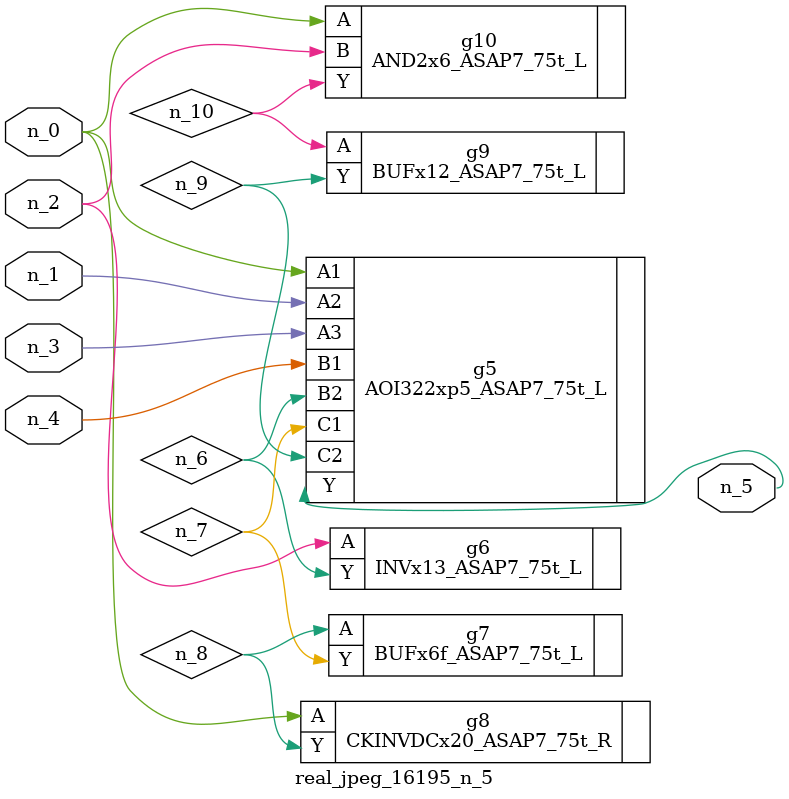
<source format=v>
module real_jpeg_16195_n_5 (n_4, n_0, n_1, n_2, n_3, n_5);

input n_4;
input n_0;
input n_1;
input n_2;
input n_3;

output n_5;

wire n_8;
wire n_6;
wire n_7;
wire n_10;
wire n_9;

AOI322xp5_ASAP7_75t_L g5 ( 
.A1(n_0),
.A2(n_1),
.A3(n_3),
.B1(n_4),
.B2(n_6),
.C1(n_7),
.C2(n_9),
.Y(n_5)
);

CKINVDCx20_ASAP7_75t_R g8 ( 
.A(n_0),
.Y(n_8)
);

AND2x6_ASAP7_75t_L g10 ( 
.A(n_0),
.B(n_2),
.Y(n_10)
);

INVx13_ASAP7_75t_L g6 ( 
.A(n_2),
.Y(n_6)
);

BUFx6f_ASAP7_75t_L g7 ( 
.A(n_8),
.Y(n_7)
);

BUFx12_ASAP7_75t_L g9 ( 
.A(n_10),
.Y(n_9)
);


endmodule
</source>
